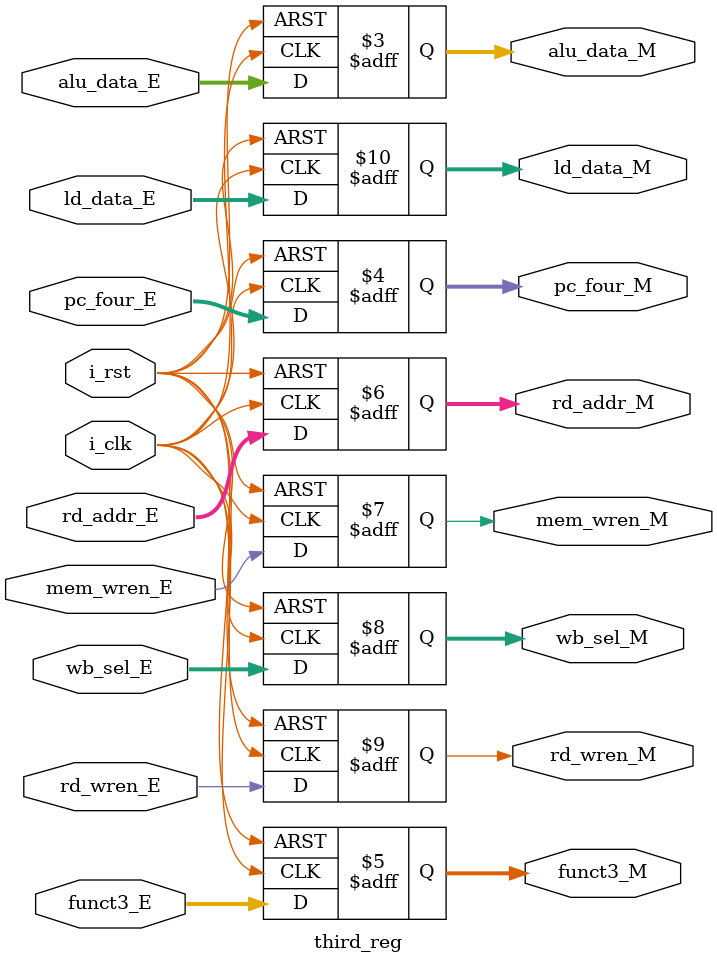
<source format=sv>
module third_reg (
  // Inputs from Execute (E) stage
  input  logic         i_clk     ,
  input  logic         i_rst     ,
  input  logic [31:0]  alu_data_E,  // ALU output from Execute stage
  input  logic [31:0]  pc_four_E ,  // PC + 4 from Execute stage
  input  logic [ 2:0]  funct3_E  ,  // funct3 from instruction
  input  logic         mem_wren_E,  // Memory write enable signal
  input  logic [ 1:0]  wb_sel_E  ,  // Write-back selection signal
  input  logic         rd_wren_E ,  // Register write enable signal
  input  logic [ 4:0]  rd_addr_E ,  // Destination register address
  input  logic [31:0]  ld_data_E ,  // Load data from Execute stage

  // Outputs to Memory Access (M) stage
  output logic [31:0]  alu_data_M,  // ALU output to Memory stage
  output logic [31:0]  pc_four_M ,  // PC + 4 to Memory stage
  output logic [ 2:0]  funct3_M  ,  // funct3 to LSU
  output logic [ 4:0]  rd_addr_M ,  // Destination register address
  output logic         mem_wren_M,  // Memory write enable to LSU
  output logic [ 1:0]  wb_sel_M  ,  // Write-back selection to MUX
  output logic         rd_wren_M ,  // Register write enable to MUX
  output logic [31:0]  ld_data_M    // Load data to Memory stage
);

  always_ff @(posedge i_clk or negedge i_rst) begin
    if (!i_rst) begin
      // Reset all outputs
      alu_data_M      <= 32'b0;
      pc_four_M       <= 32'b0;
      funct3_M        <= 3'b0;
      mem_wren_M      <= 1'b0;
      wb_sel_M        <= 2'b0;
      rd_wren_M       <= 1'b0;
      rd_addr_M       <= 5'b0;
      ld_data_M       <= 32'b0;
    end else begin
      // Pass-through from Execute (E) stage to Memory (M) stage
      alu_data_M      <= alu_data_E;
      pc_four_M       <= pc_four_E;
      funct3_M        <= funct3_E;
      mem_wren_M      <= mem_wren_E;
      wb_sel_M        <= wb_sel_E;
      rd_wren_M       <= rd_wren_E;
      rd_addr_M       <= rd_addr_E;
      ld_data_M       <= ld_data_E;
    end
  end
endmodule

</source>
